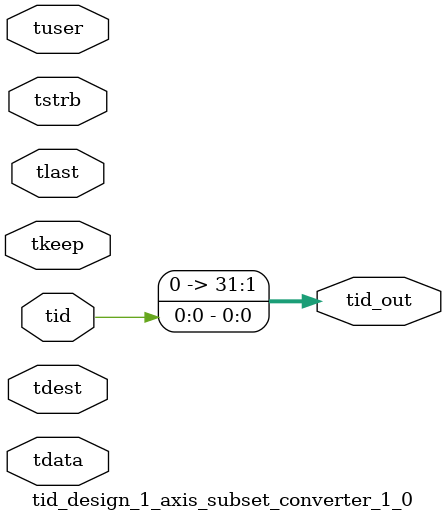
<source format=v>


`timescale 1ps/1ps

module tid_design_1_axis_subset_converter_1_0 #
(
parameter C_S_AXIS_TID_WIDTH   = 1,
parameter C_S_AXIS_TUSER_WIDTH = 0,
parameter C_S_AXIS_TDATA_WIDTH = 0,
parameter C_S_AXIS_TDEST_WIDTH = 0,
parameter C_M_AXIS_TID_WIDTH   = 32
)
(
input  [(C_S_AXIS_TID_WIDTH   == 0 ? 1 : C_S_AXIS_TID_WIDTH)-1:0       ] tid,
input  [(C_S_AXIS_TDATA_WIDTH == 0 ? 1 : C_S_AXIS_TDATA_WIDTH)-1:0     ] tdata,
input  [(C_S_AXIS_TUSER_WIDTH == 0 ? 1 : C_S_AXIS_TUSER_WIDTH)-1:0     ] tuser,
input  [(C_S_AXIS_TDEST_WIDTH == 0 ? 1 : C_S_AXIS_TDEST_WIDTH)-1:0     ] tdest,
input  [(C_S_AXIS_TDATA_WIDTH/8)-1:0 ] tkeep,
input  [(C_S_AXIS_TDATA_WIDTH/8)-1:0 ] tstrb,
input                                                                    tlast,
output [(C_M_AXIS_TID_WIDTH   == 0 ? 1 : C_M_AXIS_TID_WIDTH)-1:0       ] tid_out
);

assign tid_out = {tid[0:0]};

endmodule


</source>
